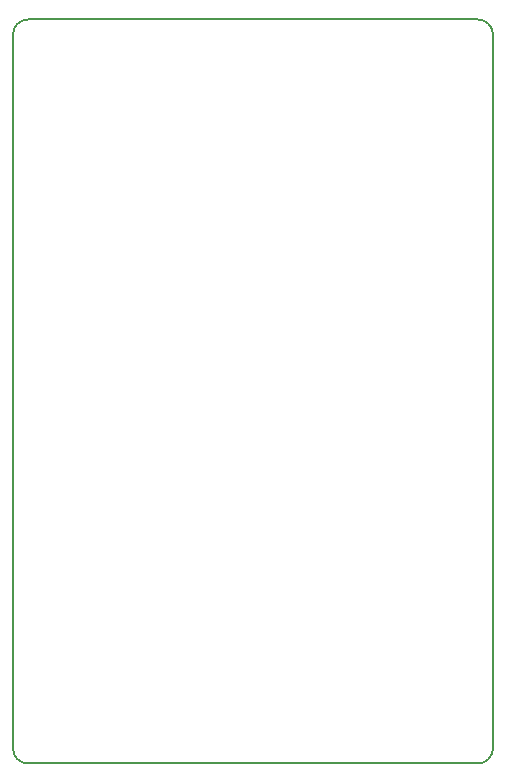
<source format=gbr>
G04 #@! TF.FileFunction,Profile,NP*
%FSLAX46Y46*%
G04 Gerber Fmt 4.6, Leading zero omitted, Abs format (unit mm)*
G04 Created by KiCad (PCBNEW 4.0.5) date 07/19/18 22:11:56*
%MOMM*%
%LPD*%
G01*
G04 APERTURE LIST*
%ADD10C,0.100000*%
%ADD11C,0.150000*%
G04 APERTURE END LIST*
D10*
D11*
X127000000Y-89662000D02*
X165100000Y-89662000D01*
X125730000Y-27940000D02*
X125730000Y-88392000D01*
X165100000Y-26670000D02*
X127000000Y-26670000D01*
X166370000Y-88392000D02*
X166370000Y-27940000D01*
X165100000Y-89662000D02*
G75*
G03X166370000Y-88392000I0J1270000D01*
G01*
X166370000Y-27940000D02*
G75*
G03X165100000Y-26670000I-1270000J0D01*
G01*
X125730000Y-88392000D02*
G75*
G03X127000000Y-89662000I1270000J0D01*
G01*
X127000000Y-26670000D02*
G75*
G03X125730000Y-27940000I0J-1270000D01*
G01*
M02*

</source>
